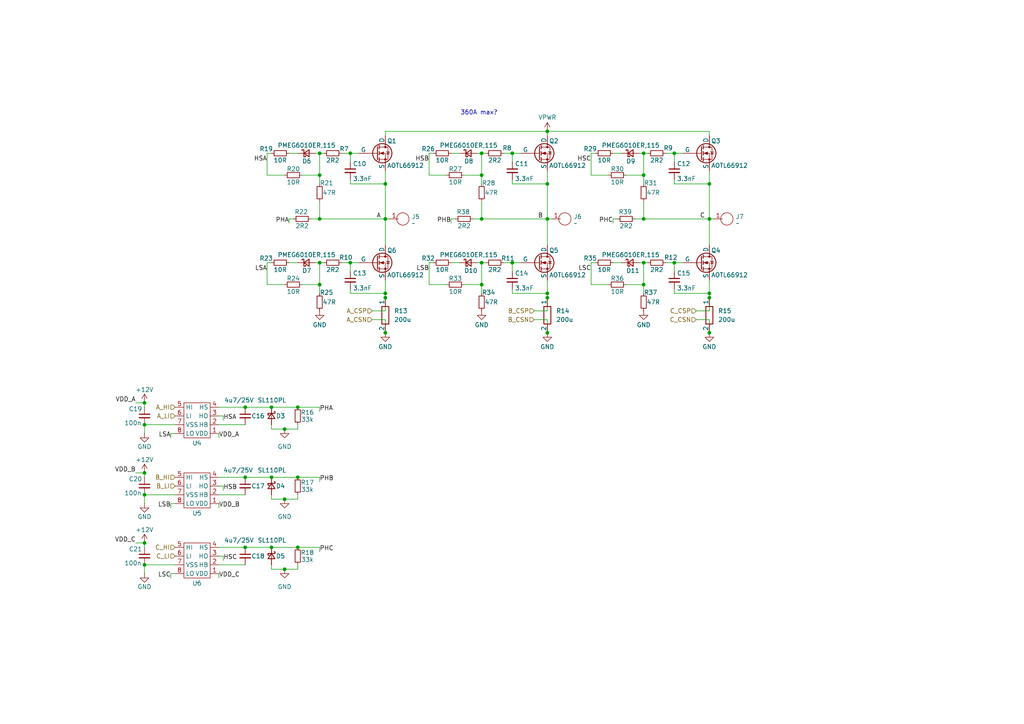
<source format=kicad_sch>
(kicad_sch (version 20231120) (generator "eeschema") (generator_version "8.0")
  (paper "A4")
  (lib_symbols
    (symbol "Device:C_Small" (pin_numbers hide) (pin_names (offset 0.254) hide)
      (property "Reference" "C" (at 0.254 1.778 0))
      (property "Value" "C_Small" (at 0.254 -2.032 0))
      (symbol "C_Small_0_1"
        (polyline (pts (xy -1.524 -0.508) (xy 1.524 -0.508)) (stroke (width 0.3302)))
        (polyline (pts (xy -1.524 0.508) (xy 1.524 0.508)) (stroke (width 0.3048)))
      )
      (symbol "C_Small_1_1"
        (pin passive line (at 0 2.54 270) (length 2.032) (name "~") (number "1"))
        (pin passive line (at 0 -2.54 90) (length 2.032) (name "~") (number "2"))
      )
    )
    (symbol "Device:D_Schottky_Small" (pin_numbers hide) (pin_names (offset 0.254) hide)
      (property "Reference" "D" (at -1.27 2.032 0))
      (property "Value" "D_Schottky_Small" (at -7.112 -2.032 0))
      (symbol "D_Schottky_Small_0_1"
        (polyline (pts (xy -0.762 0) (xy 0.762 0)))
        (polyline (pts (xy 0.762 -1.016) (xy -0.762 0) (xy 0.762 1.016) (xy 0.762 -1.016)) (stroke (width 0.254)))
        (polyline (pts (xy -1.27 0.762) (xy -1.27 1.016) (xy -0.762 1.016) (xy -0.762 -1.016) (xy -0.254 -1.016) (xy -0.254 -0.762)) (stroke (width 0.254)))
      )
      (symbol "D_Schottky_Small_1_1"
        (pin passive line (at -2.54 0 0) (length 1.778) (name "K") (number "1"))
        (pin passive line (at 2.54 0 180) (length 1.778) (name "A") (number "2"))
      )
    )
    (symbol "Device:R_Small" (pin_numbers hide) (pin_names (offset 0.254) hide)
      (property "Reference" "R" (at 0.762 0.508 0))
      (property "Value" "R_Small" (at 0.762 -1.016 0))
      (symbol "R_Small_0_1"
        (rectangle (start -0.762 1.778) (end 0.762 -1.778) (stroke (width 0.2032)))
      )
      (symbol "R_Small_1_1"
        (pin passive line (at 0 2.54 270) (length 0.762) (name "~") (number "1"))
        (pin passive line (at 0 -2.54 90) (length 0.762) (name "~") (number "2"))
      )
    )
    (symbol "Marijn:4mm_Banana_Jack_Vertical"
      (property "Reference" "J" (at 0 0 0))
      (symbol "4mm_Banana_Jack_Vertical_0_1"
        (circle (center 0 0) (radius 1.7961))
      )
      (symbol "4mm_Banana_Jack_Vertical_1_1"
        (pin passive line (at 0 -3.81 90) (length 2.54) (name "") (number "1"))
      )
    )
    (symbol "Marijn:AOTL66912" (pin_numbers hide) (pin_names (offset 0))
      (property "Reference" "Q" (at 5.08 1.27 0))
      (property "Value" "AOTL66912" (at 5.08 -1.27 0))
      (symbol "AOTL66912_0_1"
        (polyline (pts (xy 0.254 0) (xy -2.54 0)))
        (polyline (pts (xy 0.254 1.905) (xy 0.254 -1.905)) (stroke (width 0.254)))
        (polyline (pts (xy 0.762 -1.27) (xy 0.762 -2.286)) (stroke (width 0.254)))
        (polyline (pts (xy 0.762 0.508) (xy 0.762 -0.508)) (stroke (width 0.254)))
        (polyline (pts (xy 0.762 2.286) (xy 0.762 1.27)) (stroke (width 0.254)))
        (polyline (pts (xy 2.54 2.54) (xy 2.54 1.778)))
        (polyline (pts (xy 2.54 -2.54) (xy 2.54 0) (xy 0.762 0)))
        (polyline (pts (xy 0.762 -1.778) (xy 3.302 -1.778) (xy 3.302 1.778) (xy 0.762 1.778)))
        (polyline (pts (xy 1.016 0) (xy 2.032 0.381) (xy 2.032 -0.381) (xy 1.016 0)) (fill (type outline)))
        (polyline (pts (xy 2.794 0.508) (xy 2.921 0.381) (xy 3.683 0.381) (xy 3.81 0.254)))
        (polyline (pts (xy 3.302 0.381) (xy 2.921 -0.254) (xy 3.683 -0.254) (xy 3.302 0.381)))
        (circle (center 1.651 0) (radius 2.794) (stroke (width 0.254)))
        (circle (center 2.54 -1.778) (radius 0.254) (fill (type outline)))
        (circle (center 2.54 1.778) (radius 0.254) (fill (type outline)))
      )
      (symbol "AOTL66912_1_1"
        (pin input line (at -5.08 0 0) (length 2.54) (name "G") (number "1"))
        (pin passive line (at 2.54 -5.08 90) (length 2.54) (name "S") (number "2"))
        (pin passive line (at 2.54 5.08 270) (length 2.54) (name "D") (number "3"))
      )
    )
    (symbol "Marijn:CSS2H-3920R-L500F" (pin_numbers hide) (pin_names (offset 0))
      (property "Reference" "R" (at -4.445 0 90))
      (property "Value" "500u" (at -2.54 0 90))
      (symbol "CSS2H-3920R-L500F_0_1"
        (rectangle (start -1.016 2.54) (end 1.016 -2.54) (stroke (width 0.254)))
      )
      (symbol "CSS2H-3920R-L500F_1_1"
        (pin passive line (at 0 5.08 270) (length 2.54) (name "1") (number "1"))
        (pin passive line (at 0 -5.08 90) (length 2.54) (name "2") (number "2"))
      )
    )
    (symbol "Marijn:MIC4104"
      (property "Reference" "U" (at 0 0 0))
      (symbol "MIC4104_0_1"
        (rectangle (start -3.81 5.08) (end 3.81 -5.08))
      )
      (symbol "MIC4104_1_1"
        (pin power_in line (at -6.35 3.81 0) (length 2.54) (name "VDD") (number "1"))
        (pin passive line (at -6.35 1.27 0) (length 2.54) (name "HB") (number "2"))
        (pin output line (at -6.35 -1.27 0) (length 2.54) (name "HO") (number "3"))
        (pin input line (at -6.35 -3.81 0) (length 2.54) (name "HS") (number "4"))
        (pin input line (at 6.35 -3.81 180) (length 2.54) (name "HI") (number "5"))
        (pin input line (at 6.35 -1.27 180) (length 2.54) (name "LI") (number "6"))
        (pin power_in line (at 6.35 1.27 180) (length 2.54) (name "VSS") (number "7"))
        (pin output line (at 6.35 3.81 180) (length 2.54) (name "LO") (number "8"))
      )
    )
    (symbol "power:+12V" (power) (pin_numbers hide) (pin_names (offset 0) hide)
      (property "Value" "+12V" (at 0 3.556 0))
      (symbol "+12V_0_1"
        (polyline (pts (xy -0.762 1.27) (xy 0 2.54)))
        (polyline (pts (xy 0 0) (xy 0 2.54)))
        (polyline (pts (xy 0 2.54) (xy 0.762 1.27)))
      )
      (symbol "+12V_1_1"
        (pin power_in line (at 0 0 90) (length 0) (name "~") (number "1"))
      )
    )
    (symbol "power:GND" (power) (pin_numbers hide) (pin_names (offset 0) hide)
      (property "Value" "GND" (at 0 -3.81 0))
      (symbol "GND_0_1"
        (polyline (pts (xy 0 0) (xy 0 -1.27) (xy 1.27 -1.27) (xy 0 -2.54) (xy -1.27 -1.27) (xy 0 -1.27)))
      )
      (symbol "GND_1_1"
        (pin power_in line (at 0 0 270) (length 0) (name "~") (number "1"))
      )
    )
    (symbol "power:Vdrive" (power) (pin_numbers hide) (pin_names (offset 0) hide)
      (property "Value" "Vdrive" (at 0 3.556 0))
      (symbol "Vdrive_0_1"
        (polyline (pts (xy -0.762 1.27) (xy 0 2.54)))
        (polyline (pts (xy 0 0) (xy 0 2.54)))
        (polyline (pts (xy 0 2.54) (xy 0.762 1.27)))
      )
      (symbol "Vdrive_1_1"
        (pin power_in line (at 0 0 90) (length 0) (name "~") (number "1"))
      )
    )
  )
  (junction (at 41.91 157.48))
  (junction (at 139.7 50.8))
  (junction (at 186.69 44.45))
  (junction (at 158.75 86.36))
  (junction (at 205.74 86.36))
  (junction (at 82.55 124.46))
  (junction (at 186.69 82.55))
  (junction (at 111.76 63.5))
  (junction (at 41.91 137.16))
  (junction (at 195.58 44.45))
  (junction (at 158.75 53.34))
  (junction (at 92.71 44.45))
  (junction (at 86.36 158.75))
  (junction (at 71.12 158.75))
  (junction (at 186.69 50.8))
  (junction (at 86.36 118.11))
  (junction (at 111.76 96.52))
  (junction (at 41.91 143.51))
  (junction (at 111.76 53.34))
  (junction (at 139.7 44.45))
  (junction (at 158.75 63.5))
  (junction (at 92.71 76.2))
  (junction (at 139.7 63.5))
  (junction (at 111.76 86.36))
  (junction (at 41.91 116.84))
  (junction (at 71.12 118.11))
  (junction (at 205.74 53.34))
  (junction (at 78.74 158.75))
  (junction (at 139.7 82.55))
  (junction (at 111.76 85.09))
  (junction (at 71.12 138.43))
  (junction (at 101.6 76.2))
  (junction (at 78.74 138.43))
  (junction (at 82.55 165.1))
  (junction (at 186.69 63.5))
  (junction (at 186.69 76.2))
  (junction (at 82.55 144.78))
  (junction (at 41.91 163.83))
  (junction (at 92.71 50.8))
  (junction (at 158.75 96.52))
  (junction (at 195.58 76.2))
  (junction (at 205.74 96.52))
  (junction (at 158.75 85.09))
  (junction (at 139.7 76.2))
  (junction (at 86.36 138.43))
  (junction (at 78.74 118.11))
  (junction (at 92.71 82.55))
  (junction (at 148.59 44.45))
  (junction (at 41.91 123.19))
  (junction (at 158.75 38.1))
  (junction (at 92.71 63.5))
  (junction (at 101.6 44.45))
  (junction (at 205.74 85.09))
  (junction (at 148.59 76.2))
  (junction (at 205.74 63.5))
  (wire (pts (xy 139.7 85.09) (xy 139.7 82.55)))
  (wire (pts (xy 39.37 157.48) (xy 41.91 157.48)))
  (wire (pts (xy 78.74 76.2) (xy 77.47 76.2)))
  (wire (pts (xy 205.74 85.09) (xy 205.74 86.36)))
  (wire (pts (xy 139.7 58.42) (xy 139.7 63.5)))
  (wire (pts (xy 78.74 118.11) (xy 86.36 118.11)))
  (wire (pts (xy 148.59 44.45) (xy 151.13 44.45)))
  (wire (pts (xy 87.63 50.8) (xy 92.71 50.8)))
  (wire (pts (xy 101.6 44.45) (xy 104.14 44.45)))
  (wire (pts (xy 83.82 76.2) (xy 86.36 76.2)))
  (wire (pts (xy 205.74 86.36) (xy 205.74 90.17)))
  (wire (pts (xy 92.71 85.09) (xy 92.71 82.55)))
  (wire (pts (xy 139.7 76.2) (xy 140.97 76.2)))
  (wire (pts (xy 139.7 44.45) (xy 140.97 44.45)))
  (wire (pts (xy 125.73 76.2) (xy 124.46 76.2)))
  (wire (pts (xy 101.6 53.34) (xy 101.6 52.07)))
  (wire (pts (xy 63.5 138.43) (xy 71.12 138.43)))
  (wire (pts (xy 92.71 44.45) (xy 93.98 44.45)))
  (wire (pts (xy 186.69 82.55) (xy 186.69 76.2)))
  (wire (pts (xy 177.8 64.77) (xy 177.8 63.5)))
  (wire (pts (xy 195.58 85.09) (xy 195.58 83.82)))
  (wire (pts (xy 41.91 143.51) (xy 50.8 143.51)))
  (wire (pts (xy 181.61 50.8) (xy 186.69 50.8)))
  (wire (pts (xy 130.81 76.2) (xy 133.35 76.2)))
  (wire (pts (xy 158.75 86.36) (xy 158.75 85.09)))
  (wire (pts (xy 186.69 50.8) (xy 186.69 44.45)))
  (wire (pts (xy 111.76 53.34) (xy 111.76 63.5)))
  (wire (pts (xy 195.58 44.45) (xy 198.12 44.45)))
  (wire (pts (xy 63.5 147.32) (xy 63.5 146.05)))
  (wire (pts (xy 193.04 76.2) (xy 195.58 76.2)))
  (wire (pts (xy 171.45 82.55) (xy 176.53 82.55)))
  (wire (pts (xy 186.69 76.2) (xy 187.96 76.2)))
  (wire (pts (xy 49.53 146.05) (xy 50.8 146.05)))
  (wire (pts (xy 111.76 85.09) (xy 111.76 86.36)))
  (wire (pts (xy 41.91 123.19) (xy 41.91 125.73)))
  (wire (pts (xy 205.74 92.71) (xy 205.74 96.52)))
  (wire (pts (xy 111.76 63.5) (xy 111.76 71.12)))
  (wire (pts (xy 111.76 53.34) (xy 101.6 53.34)))
  (wire (pts (xy 186.69 85.09) (xy 186.69 82.55)))
  (wire (pts (xy 171.45 76.2) (xy 171.45 82.55)))
  (wire (pts (xy 83.82 63.5) (xy 85.09 63.5)))
  (wire (pts (xy 71.12 138.43) (xy 78.74 138.43)))
  (wire (pts (xy 63.5 118.11) (xy 71.12 118.11)))
  (wire (pts (xy 148.59 78.74) (xy 148.59 76.2)))
  (wire (pts (xy 158.75 92.71) (xy 154.94 92.71)))
  (wire (pts (xy 177.8 44.45) (xy 180.34 44.45)))
  (wire (pts (xy 63.5 123.19) (xy 71.12 123.19)))
  (wire (pts (xy 195.58 85.09) (xy 205.74 85.09)))
  (wire (pts (xy 41.91 163.83) (xy 50.8 163.83)))
  (wire (pts (xy 63.5 127) (xy 63.5 125.73)))
  (wire (pts (xy 83.82 64.77) (xy 83.82 63.5)))
  (wire (pts (xy 78.74 165.1) (xy 78.74 163.83)))
  (wire (pts (xy 186.69 44.45) (xy 187.96 44.45)))
  (wire (pts (xy 205.74 92.71) (xy 201.93 92.71)))
  (wire (pts (xy 39.37 116.84) (xy 41.91 116.84)))
  (wire (pts (xy 107.95 92.71) (xy 111.76 92.71)))
  (wire (pts (xy 78.74 138.43) (xy 86.36 138.43)))
  (wire (pts (xy 64.77 121.92) (xy 64.77 120.65)))
  (wire (pts (xy 160.02 63.5) (xy 158.75 63.5)))
  (wire (pts (xy 92.71 160.02) (xy 92.71 158.75)))
  (wire (pts (xy 130.81 63.5) (xy 132.08 63.5)))
  (wire (pts (xy 111.76 81.28) (xy 111.76 85.09)))
  (wire (pts (xy 92.71 138.43) (xy 86.36 138.43)))
  (wire (pts (xy 64.77 140.97) (xy 63.5 140.97)))
  (wire (pts (xy 111.76 39.37) (xy 111.76 38.1)))
  (wire (pts (xy 171.45 44.45) (xy 171.45 50.8)))
  (wire (pts (xy 205.74 85.09) (xy 205.74 81.28)))
  (wire (pts (xy 177.8 76.2) (xy 180.34 76.2)))
  (wire (pts (xy 195.58 78.74) (xy 195.58 76.2)))
  (wire (pts (xy 186.69 63.5) (xy 205.74 63.5)))
  (wire (pts (xy 64.77 162.56) (xy 64.77 161.29)))
  (wire (pts (xy 92.71 63.5) (xy 92.71 58.42)))
  (wire (pts (xy 63.5 163.83) (xy 71.12 163.83)))
  (wire (pts (xy 92.71 82.55) (xy 92.71 76.2)))
  (wire (pts (xy 64.77 120.65) (xy 63.5 120.65)))
  (wire (pts (xy 92.71 119.38) (xy 92.71 118.11)))
  (wire (pts (xy 71.12 118.11) (xy 78.74 118.11)))
  (wire (pts (xy 124.46 76.2) (xy 124.46 82.55)))
  (wire (pts (xy 82.55 124.46) (xy 86.36 124.46)))
  (wire (pts (xy 77.47 82.55) (xy 82.55 82.55)))
  (wire (pts (xy 64.77 142.24) (xy 64.77 140.97)))
  (wire (pts (xy 92.71 53.34) (xy 92.71 50.8)))
  (wire (pts (xy 146.05 44.45) (xy 148.59 44.45)))
  (wire (pts (xy 195.58 53.34) (xy 195.58 52.07)))
  (wire (pts (xy 185.42 44.45) (xy 186.69 44.45)))
  (wire (pts (xy 158.75 96.52) (xy 158.75 92.71)))
  (wire (pts (xy 205.74 63.5) (xy 205.74 71.12)))
  (wire (pts (xy 91.44 44.45) (xy 92.71 44.45)))
  (wire (pts (xy 148.59 76.2) (xy 151.13 76.2)))
  (wire (pts (xy 78.74 44.45) (xy 77.47 44.45)))
  (wire (pts (xy 146.05 76.2) (xy 148.59 76.2)))
  (wire (pts (xy 158.75 63.5) (xy 158.75 71.12)))
  (wire (pts (xy 49.53 127) (xy 49.53 125.73)))
  (wire (pts (xy 78.74 165.1) (xy 82.55 165.1)))
  (wire (pts (xy 107.95 90.17) (xy 111.76 90.17)))
  (wire (pts (xy 78.74 158.75) (xy 86.36 158.75)))
  (wire (pts (xy 138.43 44.45) (xy 139.7 44.45)))
  (wire (pts (xy 77.47 50.8) (xy 82.55 50.8)))
  (wire (pts (xy 101.6 76.2) (xy 104.14 76.2)))
  (wire (pts (xy 91.44 76.2) (xy 92.71 76.2)))
  (wire (pts (xy 148.59 85.09) (xy 158.75 85.09)))
  (wire (pts (xy 195.58 76.2) (xy 198.12 76.2)))
  (wire (pts (xy 92.71 118.11) (xy 86.36 118.11)))
  (wire (pts (xy 125.73 44.45) (xy 124.46 44.45)))
  (wire (pts (xy 193.04 44.45) (xy 195.58 44.45)))
  (wire (pts (xy 139.7 63.5) (xy 137.16 63.5)))
  (wire (pts (xy 148.59 46.99) (xy 148.59 44.45)))
  (wire (pts (xy 101.6 46.99) (xy 101.6 44.45)))
  (wire (pts (xy 139.7 53.34) (xy 139.7 50.8)))
  (wire (pts (xy 92.71 50.8) (xy 92.71 44.45)))
  (wire (pts (xy 41.91 143.51) (xy 41.91 146.05)))
  (wire (pts (xy 111.76 92.71) (xy 111.76 96.52)))
  (wire (pts (xy 41.91 123.19) (xy 50.8 123.19)))
  (wire (pts (xy 181.61 82.55) (xy 186.69 82.55)))
  (wire (pts (xy 111.76 38.1) (xy 158.75 38.1)))
  (wire (pts (xy 185.42 76.2) (xy 186.69 76.2)))
  (wire (pts (xy 86.36 124.46) (xy 86.36 123.19)))
  (wire (pts (xy 186.69 63.5) (xy 184.15 63.5)))
  (wire (pts (xy 41.91 137.16) (xy 41.91 138.43)))
  (wire (pts (xy 130.81 44.45) (xy 133.35 44.45)))
  (wire (pts (xy 64.77 161.29) (xy 63.5 161.29)))
  (wire (pts (xy 148.59 85.09) (xy 148.59 83.82)))
  (wire (pts (xy 158.75 38.1) (xy 158.75 39.37)))
  (wire (pts (xy 205.74 38.1) (xy 205.74 39.37)))
  (wire (pts (xy 130.81 64.77) (xy 130.81 63.5)))
  (wire (pts (xy 195.58 46.99) (xy 195.58 44.45)))
  (wire (pts (xy 124.46 44.45) (xy 124.46 50.8)))
  (wire (pts (xy 154.94 90.17) (xy 158.75 90.17)))
  (wire (pts (xy 158.75 53.34) (xy 158.75 49.53)))
  (wire (pts (xy 205.74 53.34) (xy 205.74 63.5)))
  (wire (pts (xy 92.71 139.7) (xy 92.71 138.43)))
  (wire (pts (xy 41.91 157.48) (xy 41.91 158.75)))
  (wire (pts (xy 71.12 158.75) (xy 78.74 158.75)))
  (wire (pts (xy 78.74 144.78) (xy 78.74 143.51)))
  (wire (pts (xy 148.59 53.34) (xy 148.59 52.07)))
  (wire (pts (xy 39.37 137.16) (xy 41.91 137.16)))
  (wire (pts (xy 186.69 53.34) (xy 186.69 50.8)))
  (wire (pts (xy 49.53 147.32) (xy 49.53 146.05)))
  (wire (pts (xy 158.75 38.1) (xy 205.74 38.1)))
  (wire (pts (xy 138.43 76.2) (xy 139.7 76.2)))
  (wire (pts (xy 148.59 53.34) (xy 158.75 53.34)))
  (wire (pts (xy 49.53 167.64) (xy 49.53 166.37)))
  (wire (pts (xy 134.62 82.55) (xy 139.7 82.55)))
  (wire (pts (xy 87.63 82.55) (xy 92.71 82.55)))
  (wire (pts (xy 78.74 124.46) (xy 78.74 123.19)))
  (wire (pts (xy 41.91 116.84) (xy 41.91 118.11)))
  (wire (pts (xy 63.5 158.75) (xy 71.12 158.75)))
  (wire (pts (xy 201.93 90.17) (xy 205.74 90.17)))
  (wire (pts (xy 195.58 53.34) (xy 205.74 53.34)))
  (wire (pts (xy 78.74 124.46) (xy 82.55 124.46)))
  (wire (pts (xy 99.06 44.45) (xy 101.6 44.45)))
  (wire (pts (xy 172.72 44.45) (xy 171.45 44.45)))
  (wire (pts (xy 111.76 85.09) (xy 101.6 85.09)))
  (wire (pts (xy 177.8 63.5) (xy 179.07 63.5)))
  (wire (pts (xy 92.71 158.75) (xy 86.36 158.75)))
  (wire (pts (xy 171.45 50.8) (xy 176.53 50.8)))
  (wire (pts (xy 49.53 125.73) (xy 50.8 125.73)))
  (wire (pts (xy 139.7 50.8) (xy 139.7 44.45)))
  (wire (pts (xy 63.5 143.51) (xy 71.12 143.51)))
  (wire (pts (xy 111.76 49.53) (xy 111.76 53.34)))
  (wire (pts (xy 101.6 78.74) (xy 101.6 76.2)))
  (wire (pts (xy 83.82 44.45) (xy 86.36 44.45)))
  (wire (pts (xy 124.46 82.55) (xy 129.54 82.55)))
  (wire (pts (xy 158.75 85.09) (xy 158.75 81.28)))
  (wire (pts (xy 49.53 166.37) (xy 50.8 166.37)))
  (wire (pts (xy 99.06 76.2) (xy 101.6 76.2)))
  (wire (pts (xy 86.36 144.78) (xy 86.36 143.51)))
  (wire (pts (xy 90.17 63.5) (xy 92.71 63.5)))
  (wire (pts (xy 158.75 90.17) (xy 158.75 86.36)))
  (wire (pts (xy 78.74 144.78) (xy 82.55 144.78)))
  (wire (pts (xy 77.47 44.45) (xy 77.47 50.8)))
  (wire (pts (xy 82.55 165.1) (xy 86.36 165.1)))
  (wire (pts (xy 77.47 76.2) (xy 77.47 82.55)))
  (wire (pts (xy 139.7 63.5) (xy 158.75 63.5)))
  (wire (pts (xy 205.74 53.34) (xy 205.74 49.53)))
  (wire (pts (xy 92.71 63.5) (xy 111.76 63.5)))
  (wire (pts (xy 139.7 82.55) (xy 139.7 76.2)))
  (wire (pts (xy 158.75 53.34) (xy 158.75 63.5)))
  (wire (pts (xy 124.46 50.8) (xy 129.54 50.8)))
  (wire (pts (xy 82.55 144.78) (xy 86.36 144.78)))
  (wire (pts (xy 186.69 58.42) (xy 186.69 63.5)))
  (wire (pts (xy 134.62 50.8) (xy 139.7 50.8)))
  (wire (pts (xy 172.72 76.2) (xy 171.45 76.2)))
  (wire (pts (xy 63.5 167.64) (xy 63.5 166.37)))
  (wire (pts (xy 101.6 85.09) (xy 101.6 83.82)))
  (wire (pts (xy 86.36 165.1) (xy 86.36 163.83)))
  (wire (pts (xy 41.91 163.83) (xy 41.91 166.37)))
  (wire (pts (xy 92.71 76.2) (xy 93.98 76.2)))
  (wire (pts (xy 111.76 86.36) (xy 111.76 90.17)))
  (wire (pts (xy 207.01 63.5) (xy 205.74 63.5)))
  (wire (pts (xy 113.03 63.5) (xy 111.76 63.5)))
  (text "360A max?" (at 138.938 32.766 0) (effects (font (size 1.27 1.27))))
  (label "C" (at 204.47 63.5 180))
  (label "HSA" (at 77.47 46.99 180))
  (label "LSC" (at 171.45 78.74 180))
  (label "LSA" (at 77.47 78.74 180))
  (label "HSB" (at 124.46 46.99 180))
  (label "VDD_A" (at 63.5 127 0))
  (label "HSC" (at 171.45 46.99 180))
  (label "LSB" (at 49.53 147.32 180))
  (label "A" (at 110.49 63.5 180))
  (label "LSA" (at 49.53 127 180))
  (label "HSC" (at 64.77 162.56 0))
  (label "PHA" (at 92.71 119.38 0))
  (label "VDD_C" (at 63.5 167.64 0))
  (label "VDD_B" (at 63.5 147.32 0))
  (label "VDD_A" (at 39.37 116.84 180))
  (label "PHB" (at 130.81 64.77 180))
  (label "PHC" (at 92.71 160.02 0))
  (label "LSC" (at 49.53 167.64 180))
  (label "LSB" (at 124.46 78.74 180))
  (label "PHA" (at 83.82 64.77 180))
  (label "VDD_C" (at 39.37 157.48 180))
  (label "VDD_B" (at 39.37 137.16 180))
  (label "PHB" (at 92.71 139.7 0))
  (label "B" (at 157.48 63.5 180))
  (label "HSA" (at 64.77 121.92 0))
  (label "HSB" (at 64.77 142.24 0))
  (label "PHC" (at 177.8 64.77 180))
  (hierarchical_label "C_HI" (shape input) (at 50.8 158.75 180))
  (hierarchical_label "B_HI" (shape input) (at 50.8 138.43 180))
  (hierarchical_label "C_CSN" (shape input) (at 201.93 92.71 180))
  (hierarchical_label "B_CSN" (shape input) (at 154.94 92.71 180))
  (hierarchical_label "A_HI" (shape input) (at 50.8 118.11 180))
  (hierarchical_label "A_LI" (shape input) (at 50.8 120.65 180))
  (hierarchical_label "B_CSP" (shape input) (at 154.94 90.17 180))
  (hierarchical_label "C_LI" (shape input) (at 50.8 161.29 180))
  (hierarchical_label "C_CSP" (shape input) (at 201.93 90.17 180))
  (hierarchical_label "A_CSN" (shape input) (at 107.95 92.71 180))
  (hierarchical_label "A_CSP" (shape input) (at 107.95 90.17 180))
  (hierarchical_label "B_LI" (shape input) (at 50.8 140.97 180))
  (symbol (lib_id "Device:R_Small") (at 85.09 50.8 90) (unit 1)
    (property "Reference" "R20" (at 85.09 49.022 90))
    (property "Value" "10R" (at 85.09 52.832 90))
    (property "Footprint" "Resistor_SMD:R_0805_2012Metric" (effects (hide yes)))
    (property "Description" "Resistor, small symbol" (effects (hide yes)))
  )
  (symbol (lib_id "Device:R_Small") (at 132.08 82.55 90) (unit 1)
    (property "Reference" "R33" (at 132.08 80.772 90))
    (property "Value" "10R" (at 132.08 84.582 90))
    (property "Footprint" "Resistor_SMD:R_0805_2012Metric" (effects (hide yes)))
    (property "Description" "Resistor, small symbol" (effects (hide yes)))
  )
  (symbol (lib_id "Device:D_Schottky_Small") (at 88.9 76.2 0) (unit 1)
    (property "Reference" "D7" (at 87.63 78.486 0) (effects (justify left)))
    (property "Value" "PMEG6010ER,115" (at 80.518 73.914 0) (effects (justify left)))
    (property "Footprint" "Diode_SMD:Nexperia_CFP3_SOD-123W" (effects (hide yes)))
    (property "Description" "Schottky diode, small symbol" (effects (hide yes)))
  )
  (symbol (lib_id "Device:R_Small") (at 179.07 82.55 90) (unit 1)
    (property "Reference" "R36" (at 179.07 80.772 90))
    (property "Value" "10R" (at 179.07 84.582 90))
    (property "Footprint" "Resistor_SMD:R_0805_2012Metric" (effects (hide yes)))
    (property "Description" "Resistor, small symbol" (effects (hide yes)))
  )
  (symbol (lib_id "Device:R_Small") (at 85.09 82.55 90) (unit 1)
    (property "Reference" "R24" (at 85.09 80.772 90))
    (property "Value" "10R" (at 85.09 84.582 90))
    (property "Footprint" "Resistor_SMD:R_0805_2012Metric" (effects (hide yes)))
    (property "Description" "Resistor, small symbol" (effects (hide yes)))
  )
  (symbol (lib_id "Marijn:MIC4104") (at 57.15 142.24 180) (unit 1)
    (property "Reference" "U5" (at 57.15 148.844 0))
    (property "Value" "~" (at 57.15 148.59 0))
    (property "Footprint" "Package_SO:SOIC-8_3.9x4.9mm_P1.27mm" (effects (hide yes)))
  )
  (symbol (lib_id "Device:D_Schottky_Small") (at 182.88 76.2 0) (unit 1)
    (property "Reference" "D11" (at 181.61 78.486 0) (effects (justify left)))
    (property "Value" "PMEG6010ER,115" (at 174.498 73.914 0) (effects (justify left)))
    (property "Footprint" "Diode_SMD:Nexperia_CFP3_SOD-123W" (effects (hide yes)))
    (property "Description" "Schottky diode, small symbol" (effects (hide yes)))
  )
  (symbol (lib_id "Device:D_Schottky_Small") (at 182.88 44.45 0) (unit 1)
    (property "Reference" "D9" (at 181.61 46.736 0) (effects (justify left)))
    (property "Value" "PMEG6010ER,115" (at 174.498 42.164 0) (effects (justify left)))
    (property "Footprint" "Diode_SMD:Nexperia_CFP3_SOD-123W" (effects (hide yes)))
    (property "Description" "Schottky diode, small symbol" (effects (hide yes)))
  )
  (symbol (lib_id "Device:D_Schottky_Small") (at 78.74 140.97 270) (unit 1)
    (property "Reference" "D4" (at 80.01 140.97 90) (effects (justify left)))
    (property "Value" "SL110PL" (at 74.676 136.398 90) (effects (justify left)))
    (property "Footprint" "Marijn_KiCad:SOD-123FL" (effects (hide yes)))
    (property "Description" "Schottky diode, small symbol" (effects (hide yes)))
  )
  (symbol (lib_id "power:GND") (at 186.69 90.17 0) (unit 1)
    (property "Reference" "#PWR043" (effects (hide yes)))
    (property "Value" "GND" (at 186.69 94.234 0))
    (property "Description" "Power symbol creates a global label with name \"GND\" , ground" (effects (hide yes)))
  )
  (symbol (lib_id "power:GND") (at 82.55 165.1 0) (unit 1)
    (property "Reference" "#PWR034" (effects (hide yes)))
    (property "Value" "GND" (at 82.55 170.18 0))
    (property "Description" "Power symbol creates a global label with name \"GND\" , ground" (effects (hide yes)))
  )
  (symbol (lib_id "Device:R_Small") (at 92.71 55.88 180) (unit 1)
    (property "Reference" "R21" (at 94.742 53.086 0))
    (property "Value" "47R" (at 95.504 55.88 0))
    (property "Footprint" "Resistor_SMD:R_0603_1608Metric" (effects (hide yes)))
    (property "Description" "Resistor, small symbol" (effects (hide yes)))
  )
  (symbol (lib_id "Device:R_Small") (at 92.71 87.63 180) (unit 1)
    (property "Reference" "R25" (at 94.742 84.836 0))
    (property "Value" "47R" (at 95.504 87.63 0))
    (property "Footprint" "Resistor_SMD:R_0603_1608Metric" (effects (hide yes)))
    (property "Description" "Resistor, small symbol" (effects (hide yes)))
  )
  (symbol (lib_id "Marijn:AOTL66912") (at 109.22 76.2 0) (unit 1)
    (property "Reference" "Q6" (at 112.268 72.644 0) (effects (justify left)))
    (property "Value" "AOTL66912" (at 112.268 79.756 0) (effects (justify left)))
    (property "Footprint" "Package_TO_SOT_SMD:Infineon_PG-HSOF-8-1_ThermalVias" (effects (hide yes)))
    (property "Description" "N-MOSFET transistor, drain/source/gate" (effects (hide yes)))
    (property "Sim.Device" "NMOS" (effects (hide yes)))
  )
  (symbol (lib_id "Device:R_Small") (at 179.07 50.8 90) (unit 1)
    (property "Reference" "R30" (at 179.07 49.022 90))
    (property "Value" "10R" (at 179.07 52.832 90))
    (property "Footprint" "Resistor_SMD:R_0805_2012Metric" (effects (hide yes)))
    (property "Description" "Resistor, small symbol" (effects (hide yes)))
  )
  (symbol (lib_id "Device:R_Small") (at 190.5 76.2 90) (unit 1)
    (property "Reference" "R12" (at 194.564 74.676 90))
    (property "Value" "2R2" (at 190.5 78.232 90))
    (property "Footprint" "Resistor_SMD:R_0603_1608Metric" (effects (hide yes)))
    (property "Description" "Resistor, small symbol" (effects (hide yes)))
  )
  (symbol (lib_id "Device:C_Small") (at 101.6 49.53 0) (unit 1)
    (property "Reference" "C10" (at 102.362 47.498 0) (effects (justify left)))
    (property "Value" "3.3nF" (at 102.362 51.816 0) (effects (justify left)))
    (property "Footprint" "Capacitor_SMD:C_0805_2012Metric" (effects (hide yes)))
    (property "Description" "Unpolarized capacitor, small symbol" (effects (hide yes)))
  )
  (symbol (lib_id "Marijn:MIC4104") (at 57.15 121.92 180) (unit 1)
    (property "Reference" "U4" (at 57.15 128.524 0))
    (property "Value" "~" (at 57.15 128.27 0))
    (property "Footprint" "Package_SO:SOIC-8_3.9x4.9mm_P1.27mm" (effects (hide yes)))
  )
  (symbol (lib_id "Marijn:AOTL66912") (at 156.21 44.45 0) (unit 1)
    (property "Reference" "Q2" (at 159.258 40.894 0) (effects (justify left)))
    (property "Value" "AOTL66912" (at 159.258 48.006 0) (effects (justify left)))
    (property "Footprint" "Package_TO_SOT_SMD:Infineon_PG-HSOF-8-1_ThermalVias" (effects (hide yes)))
    (property "Description" "N-MOSFET transistor, drain/source/gate" (effects (hide yes)))
    (property "Sim.Device" "NMOS" (effects (hide yes)))
  )
  (symbol (lib_id "Device:C_Small") (at 71.12 161.29 0) (unit 1)
    (property "Reference" "C18" (at 72.898 161.29 0) (effects (justify left)))
    (property "Value" "4u7/25V" (at 65.024 156.718 0) (effects (justify left)))
    (property "Footprint" "Capacitor_SMD:C_1206_3216Metric" (effects (hide yes)))
    (property "Description" "Unpolarized capacitor, small symbol" (effects (hide yes)))
  )
  (symbol (lib_id "power:GND") (at 41.91 166.37 0) (unit 1)
    (property "Reference" "#PWR035" (effects (hide yes)))
    (property "Value" "GND" (at 41.91 170.18 0))
    (property "Description" "Power symbol creates a global label with name \"GND\" , ground" (effects (hide yes)))
  )
  (symbol (lib_id "Device:D_Schottky_Small") (at 88.9 44.45 0) (unit 1)
    (property "Reference" "D6" (at 87.63 46.736 0) (effects (justify left)))
    (property "Value" "PMEG6010ER,115" (at 80.518 42.164 0) (effects (justify left)))
    (property "Footprint" "Diode_SMD:Nexperia_CFP3_SOD-123W" (effects (hide yes)))
    (property "Description" "Schottky diode, small symbol" (effects (hide yes)))
  )
  (symbol (lib_id "Marijn:AOTL66912") (at 156.21 76.2 0) (unit 1)
    (property "Reference" "Q5" (at 159.258 72.644 0) (effects (justify left)))
    (property "Value" "AOTL66912" (at 159.258 79.756 0) (effects (justify left)))
    (property "Footprint" "Package_TO_SOT_SMD:Infineon_PG-HSOF-8-1_ThermalVias" (effects (hide yes)))
    (property "Description" "N-MOSFET transistor, drain/source/gate" (effects (hide yes)))
    (property "Sim.Device" "NMOS" (effects (hide yes)))
  )
  (symbol (lib_id "Device:R_Small") (at 139.7 55.88 180) (unit 1)
    (property "Reference" "R28" (at 141.732 53.086 0))
    (property "Value" "47R" (at 142.494 55.88 0))
    (property "Footprint" "Resistor_SMD:R_0603_1608Metric" (effects (hide yes)))
    (property "Description" "Resistor, small symbol" (effects (hide yes)))
  )
  (symbol (lib_id "Device:R_Small") (at 181.61 63.5 90) (unit 1)
    (property "Reference" "R39" (at 181.356 61.468 90))
    (property "Value" "2R2" (at 181.61 65.532 90))
    (property "Footprint" "Resistor_SMD:R_0603_1608Metric" (effects (hide yes)))
    (property "Description" "Resistor, small symbol" (effects (hide yes)))
  )
  (symbol (lib_id "Device:C_Small") (at 41.91 120.65 0) (unit 1)
    (property "Reference" "C19" (at 37.338 118.618 0) (effects (justify left)))
    (property "Value" "100n" (at 36.068 122.682 0) (effects (justify left)))
    (property "Footprint" "Capacitor_SMD:C_0603_1608Metric" (effects (hide yes)))
    (property "Description" "Unpolarized capacitor, small symbol" (effects (hide yes)))
  )
  (symbol (lib_id "Device:D_Schottky_Small") (at 78.74 120.65 270) (unit 1)
    (property "Reference" "D3" (at 80.01 120.65 90) (effects (justify left)))
    (property "Value" "SL110PL" (at 74.676 116.078 90) (effects (justify left)))
    (property "Footprint" "Marijn_KiCad:SOD-123FL" (effects (hide yes)))
    (property "Description" "Schottky diode, small symbol" (effects (hide yes)))
  )
  (symbol (lib_id "power:GND") (at 158.75 96.52 0) (unit 1)
    (property "Reference" "#PWR030" (effects (hide yes)))
    (property "Value" "GND" (at 158.75 100.584 0))
    (property "Description" "Power symbol creates a global label with name \"GND\" , ground" (effects (hide yes)))
  )
  (symbol (lib_id "Device:R_Small") (at 81.28 44.45 90) (unit 1)
    (property "Reference" "R19" (at 77.216 43.18 90))
    (property "Value" "10R" (at 81.28 46.482 90))
    (property "Footprint" "Resistor_SMD:R_0805_2012Metric" (effects (hide yes)))
    (property "Description" "Resistor, small symbol" (effects (hide yes)))
  )
  (symbol (lib_id "Device:D_Schottky_Small") (at 78.74 161.29 270) (unit 1)
    (property "Reference" "D5" (at 80.01 161.29 90) (effects (justify left)))
    (property "Value" "SL110PL" (at 74.676 156.718 90) (effects (justify left)))
    (property "Footprint" "Marijn_KiCad:SOD-123FL" (effects (hide yes)))
    (property "Description" "Schottky diode, small symbol" (effects (hide yes)))
  )
  (symbol (lib_id "power:GND") (at 205.74 96.52 0) (unit 1)
    (property "Reference" "#PWR031" (effects (hide yes)))
    (property "Value" "GND" (at 205.74 100.584 0))
    (property "Description" "Power symbol creates a global label with name \"GND\" , ground" (effects (hide yes)))
  )
  (symbol (lib_id "Device:C_Small") (at 148.59 49.53 0) (unit 1)
    (property "Reference" "C11" (at 149.352 47.498 0) (effects (justify left)))
    (property "Value" "3.3nF" (at 149.352 51.816 0) (effects (justify left)))
    (property "Footprint" "Capacitor_SMD:C_0805_2012Metric" (effects (hide yes)))
    (property "Description" "Unpolarized capacitor, small symbol" (effects (hide yes)))
  )
  (symbol (lib_id "Marijn:4mm_Banana_Jack_Vertical") (at 116.84 63.5 270) (unit 1)
    (property "Reference" "J5" (at 119.38 62.8649 90) (effects (justify left)))
    (property "Value" "~" (at 119.38 64.77 90) (effects (justify left)))
    (property "Footprint" "Marijn_KiCad:4mm_Banana_Jack_Vertical" (effects (hide yes)))
  )
  (symbol (lib_id "Device:R_Small") (at 143.51 44.45 90) (unit 1)
    (property "Reference" "R8" (at 147.066 42.926 90))
    (property "Value" "2R2" (at 143.51 46.482 90))
    (property "Footprint" "Resistor_SMD:R_0603_1608Metric" (effects (hide yes)))
    (property "Description" "Resistor, small symbol" (effects (hide yes)))
  )
  (symbol (lib_id "Marijn:4mm_Banana_Jack_Vertical") (at 163.83 63.5 270) (unit 1)
    (property "Reference" "J6" (at 166.37 62.8649 90) (effects (justify left)))
    (property "Value" "~" (at 166.37 64.77 90) (effects (justify left)))
    (property "Footprint" "Marijn_KiCad:4mm_Banana_Jack_Vertical" (effects (hide yes)))
  )
  (symbol (lib_id "Device:R_Small") (at 128.27 44.45 90) (unit 1)
    (property "Reference" "R26" (at 124.206 43.18 90))
    (property "Value" "10R" (at 128.27 46.482 90))
    (property "Footprint" "Resistor_SMD:R_0805_2012Metric" (effects (hide yes)))
    (property "Description" "Resistor, small symbol" (effects (hide yes)))
  )
  (symbol (lib_id "power:GND") (at 82.55 124.46 0) (unit 1)
    (property "Reference" "#PWR032" (effects (hide yes)))
    (property "Value" "GND" (at 82.55 129.54 0))
    (property "Description" "Power symbol creates a global label with name \"GND\" , ground" (effects (hide yes)))
  )
  (symbol (lib_id "Device:R_Small") (at 86.36 120.65 180) (unit 1)
    (property "Reference" "R16" (at 89.154 119.634 0))
    (property "Value" "33k" (at 89.154 121.666 0))
    (property "Footprint" "Resistor_SMD:R_1206_3216Metric" (effects (hide yes)))
    (property "Description" "Resistor, small symbol" (effects (hide yes)))
  )
  (symbol (lib_id "Device:R_Small") (at 86.36 140.97 180) (unit 1)
    (property "Reference" "R17" (at 89.154 139.954 0))
    (property "Value" "33k" (at 89.154 141.986 0))
    (property "Footprint" "Resistor_SMD:R_1206_3216Metric" (effects (hide yes)))
    (property "Description" "Resistor, small symbol" (effects (hide yes)))
  )
  (symbol (lib_id "Device:R_Small") (at 96.52 44.45 90) (unit 1)
    (property "Reference" "R7" (at 99.822 43.18 90))
    (property "Value" "2R2" (at 96.52 46.482 90))
    (property "Footprint" "Resistor_SMD:R_0603_1608Metric" (effects (hide yes)))
    (property "Description" "Resistor, small symbol" (effects (hide yes)))
  )
  (symbol (lib_id "Marijn:CSS2H-3920R-L500F") (at 158.75 91.44 0) (unit 1)
    (property "Reference" "R14" (at 161.29 90.1699 0) (effects (justify left)))
    (property "Value" "200u" (at 161.29 92.7099 0) (effects (justify left)))
    (property "Footprint" "Marijn_KiCad:CSS2H-3920R-xxxx" (effects (hide yes)))
    (property "Datasheet" "https://nl.mouser.com/datasheet/2/54/css2h_3920-1862139.pdf" (effects (hide yes)))
    (property "Description" "Shunt resistor" (effects (hide yes)))
  )
  (symbol (lib_id "Device:R_Small") (at 132.08 50.8 90) (unit 1)
    (property "Reference" "R27" (at 132.08 49.022 90))
    (property "Value" "10R" (at 132.08 52.832 90))
    (property "Footprint" "Resistor_SMD:R_0805_2012Metric" (effects (hide yes)))
    (property "Description" "Resistor, small symbol" (effects (hide yes)))
  )
  (symbol (lib_id "Device:R_Small") (at 139.7 87.63 180) (unit 1)
    (property "Reference" "R34" (at 141.732 84.836 0))
    (property "Value" "47R" (at 142.494 87.63 0))
    (property "Footprint" "Resistor_SMD:R_0603_1608Metric" (effects (hide yes)))
    (property "Description" "Resistor, small symbol" (effects (hide yes)))
  )
  (symbol (lib_id "Device:R_Small") (at 190.5 44.45 90) (unit 1)
    (property "Reference" "R9" (at 193.802 42.926 90))
    (property "Value" "2R2" (at 190.5 46.482 90))
    (property "Footprint" "Resistor_SMD:R_0603_1608Metric" (effects (hide yes)))
    (property "Description" "Resistor, small symbol" (effects (hide yes)))
  )
  (symbol (lib_id "Device:C_Small") (at 195.58 49.53 0) (unit 1)
    (property "Reference" "C12" (at 196.342 47.498 0) (effects (justify left)))
    (property "Value" "3.3nF" (at 196.342 51.816 0) (effects (justify left)))
    (property "Footprint" "Capacitor_SMD:C_0805_2012Metric" (effects (hide yes)))
    (property "Description" "Unpolarized capacitor, small symbol" (effects (hide yes)))
  )
  (symbol (lib_id "Device:R_Small") (at 143.51 76.2 90) (unit 1)
    (property "Reference" "R11" (at 147.32 74.93 90))
    (property "Value" "2R2" (at 143.51 78.232 90))
    (property "Footprint" "Resistor_SMD:R_0603_1608Metric" (effects (hide yes)))
    (property "Description" "Resistor, small symbol" (effects (hide yes)))
  )
  (symbol (lib_id "Device:R_Small") (at 96.52 76.2 90) (unit 1)
    (property "Reference" "R10" (at 100.33 74.676 90))
    (property "Value" "2R2" (at 96.52 78.232 90))
    (property "Footprint" "Resistor_SMD:R_0603_1608Metric" (effects (hide yes)))
    (property "Description" "Resistor, small symbol" (effects (hide yes)))
  )
  (symbol (lib_id "power:GND") (at 139.7 90.17 0) (unit 1)
    (property "Reference" "#PWR042" (effects (hide yes)))
    (property "Value" "GND" (at 139.7 94.234 0))
    (property "Description" "Power symbol creates a global label with name \"GND\" , ground" (effects (hide yes)))
  )
  (symbol (lib_id "Device:D_Schottky_Small") (at 135.89 76.2 0) (unit 1)
    (property "Reference" "D10" (at 134.62 78.486 0) (effects (justify left)))
    (property "Value" "PMEG6010ER,115" (at 127.508 73.914 0) (effects (justify left)))
    (property "Footprint" "Diode_SMD:Nexperia_CFP3_SOD-123W" (effects (hide yes)))
    (property "Description" "Schottky diode, small symbol" (effects (hide yes)))
  )
  (symbol (lib_id "Marijn:CSS2H-3920R-L500F") (at 205.74 91.44 0) (unit 1)
    (property "Reference" "R15" (at 208.28 90.1699 0) (effects (justify left)))
    (property "Value" "200u" (at 208.28 92.7099 0) (effects (justify left)))
    (property "Footprint" "Marijn_KiCad:CSS2H-3920R-xxxx" (effects (hide yes)))
    (property "Datasheet" "https://nl.mouser.com/datasheet/2/54/css2h_3920-1862139.pdf" (effects (hide yes)))
    (property "Description" "Shunt resistor" (effects (hide yes)))
  )
  (symbol (lib_id "Device:R_Small") (at 128.27 76.2 90) (unit 1)
    (property "Reference" "R32" (at 124.206 74.93 90))
    (property "Value" "10R" (at 128.27 78.232 90))
    (property "Footprint" "Resistor_SMD:R_0805_2012Metric" (effects (hide yes)))
    (property "Description" "Resistor, small symbol" (effects (hide yes)))
  )
  (symbol (lib_id "Device:C_Small") (at 71.12 120.65 0) (unit 1)
    (property "Reference" "C16" (at 72.898 120.65 0) (effects (justify left)))
    (property "Value" "4u7/25V" (at 65.024 116.078 0) (effects (justify left)))
    (property "Footprint" "Capacitor_SMD:C_1206_3216Metric" (effects (hide yes)))
    (property "Description" "Unpolarized capacitor, small symbol" (effects (hide yes)))
  )
  (symbol (lib_id "power:GND") (at 82.55 144.78 0) (unit 1)
    (property "Reference" "#PWR033" (effects (hide yes)))
    (property "Value" "GND" (at 82.55 149.86 0))
    (property "Description" "Power symbol creates a global label with name \"GND\" , ground" (effects (hide yes)))
  )
  (symbol (lib_id "Marijn:4mm_Banana_Jack_Vertical") (at 210.82 63.5 270) (unit 1)
    (property "Reference" "J7" (at 213.36 62.8649 90) (effects (justify left)))
    (property "Value" "~" (at 213.36 64.77 90) (effects (justify left)))
    (property "Footprint" "Marijn_KiCad:4mm_Banana_Jack_Vertical" (effects (hide yes)))
  )
  (symbol (lib_id "Device:C_Small") (at 101.6 81.28 0) (unit 1)
    (property "Reference" "C13" (at 102.362 79.248 0) (effects (justify left)))
    (property "Value" "3.3nF" (at 102.362 83.566 0) (effects (justify left)))
    (property "Footprint" "Capacitor_SMD:C_0805_2012Metric" (effects (hide yes)))
    (property "Description" "Unpolarized capacitor, small symbol" (effects (hide yes)))
  )
  (symbol (lib_id "Marijn:AOTL66912") (at 203.2 76.2 0) (unit 1)
    (property "Reference" "Q4" (at 206.248 72.644 0) (effects (justify left)))
    (property "Value" "AOTL66912" (at 206.248 79.756 0) (effects (justify left)))
    (property "Footprint" "Package_TO_SOT_SMD:Infineon_PG-HSOF-8-1_ThermalVias" (effects (hide yes)))
    (property "Description" "N-MOSFET transistor, drain/source/gate" (effects (hide yes)))
    (property "Sim.Device" "NMOS" (effects (hide yes)))
  )
  (symbol (lib_id "Device:R_Small") (at 86.36 161.29 180) (unit 1)
    (property "Reference" "R18" (at 89.154 160.274 0))
    (property "Value" "33k" (at 89.154 162.306 0))
    (property "Footprint" "Resistor_SMD:R_1206_3216Metric" (effects (hide yes)))
    (property "Description" "Resistor, small symbol" (effects (hide yes)))
  )
  (symbol (lib_id "power:+12V") (at 41.91 157.48 0) (unit 1)
    (property "Reference" "#PWR036" (effects (hide yes)))
    (property "Value" "+12V" (at 41.91 153.67 0))
    (property "Description" "Power symbol creates a global label with name \"+12V\"" (effects (hide yes)))
  )
  (symbol (lib_id "Device:C_Small") (at 195.58 81.28 0) (unit 1)
    (property "Reference" "C15" (at 196.342 79.248 0) (effects (justify left)))
    (property "Value" "3.3nF" (at 196.342 83.566 0) (effects (justify left)))
    (property "Footprint" "Capacitor_SMD:C_0805_2012Metric" (effects (hide yes)))
    (property "Description" "Unpolarized capacitor, small symbol" (effects (hide yes)))
  )
  (symbol (lib_id "Device:R_Small") (at 175.26 76.2 90) (unit 1)
    (property "Reference" "R35" (at 171.196 74.93 90))
    (property "Value" "10R" (at 175.26 78.232 90))
    (property "Footprint" "Resistor_SMD:R_0805_2012Metric" (effects (hide yes)))
    (property "Description" "Resistor, small symbol" (effects (hide yes)))
  )
  (symbol (lib_id "Device:D_Schottky_Small") (at 135.89 44.45 0) (unit 1)
    (property "Reference" "D8" (at 134.62 46.736 0) (effects (justify left)))
    (property "Value" "PMEG6010ER,115" (at 127.508 42.164 0) (effects (justify left)))
    (property "Footprint" "Diode_SMD:Nexperia_CFP3_SOD-123W" (effects (hide yes)))
    (property "Description" "Schottky diode, small symbol" (effects (hide yes)))
  )
  (symbol (lib_id "Device:R_Small") (at 87.63 63.5 90) (unit 1)
    (property "Reference" "R22" (at 87.376 61.468 90))
    (property "Value" "2R2" (at 87.63 65.532 90))
    (property "Footprint" "Resistor_SMD:R_0603_1608Metric" (effects (hide yes)))
    (property "Description" "Resistor, small symbol" (effects (hide yes)))
  )
  (symbol (lib_id "power:Vdrive") (at 158.75 38.1 0) (unit 1)
    (property "Reference" "#PWR028" (effects (hide yes)))
    (property "Value" "VPWR" (at 158.75 34.036 0))
    (property "Description" "Power symbol creates a global label with name \"Vdrive\"" (effects (hide yes)))
  )
  (symbol (lib_id "Device:R_Small") (at 186.69 55.88 180) (unit 1)
    (property "Reference" "R31" (at 188.722 53.086 0))
    (property "Value" "47R" (at 189.484 55.88 0))
    (property "Footprint" "Resistor_SMD:R_0603_1608Metric" (effects (hide yes)))
    (property "Description" "Resistor, small symbol" (effects (hide yes)))
  )
  (symbol (lib_id "Marijn:CSS2H-3920R-L500F") (at 111.76 91.44 0) (unit 1)
    (property "Reference" "R13" (at 114.3 90.1699 0) (effects (justify left)))
    (property "Value" "200u" (at 114.3 92.7099 0) (effects (justify left)))
    (property "Footprint" "Marijn_KiCad:CSS2H-3920R-xxxx" (effects (hide yes)))
    (property "Datasheet" "https://nl.mouser.com/datasheet/2/54/css2h_3920-1862139.pdf" (effects (hide yes)))
    (property "Description" "Shunt resistor" (effects (hide yes)))
  )
  (symbol (lib_id "power:+12V") (at 41.91 116.84 0) (unit 1)
    (property "Reference" "#PWR039" (effects (hide yes)))
    (property "Value" "+12V" (at 41.91 113.03 0))
    (property "Description" "Power symbol creates a global label with name \"+12V\"" (effects (hide yes)))
  )
  (symbol (lib_id "power:GND") (at 41.91 125.73 0) (unit 1)
    (property "Reference" "#PWR040" (effects (hide yes)))
    (property "Value" "GND" (at 41.91 129.54 0))
    (property "Description" "Power symbol creates a global label with name \"GND\" , ground" (effects (hide yes)))
  )
  (symbol (lib_id "Marijn:AOTL66912") (at 109.22 44.45 0) (unit 1)
    (property "Reference" "Q1" (at 112.268 40.894 0) (effects (justify left)))
    (property "Value" "AOTL66912" (at 112.268 48.006 0) (effects (justify left)))
    (property "Footprint" "Package_TO_SOT_SMD:Infineon_PG-HSOF-8-1_ThermalVias" (effects (hide yes)))
    (property "Description" "N-MOSFET transistor, drain/source/gate" (effects (hide yes)))
    (property "Sim.Device" "NMOS" (effects (hide yes)))
  )
  (symbol (lib_id "Device:C_Small") (at 148.59 81.28 0) (unit 1)
    (property "Reference" "C14" (at 149.352 79.248 0) (effects (justify left)))
    (property "Value" "3.3nF" (at 149.352 83.566 0) (effects (justify left)))
    (property "Footprint" "Capacitor_SMD:C_0805_2012Metric" (effects (hide yes)))
    (property "Description" "Unpolarized capacitor, small symbol" (effects (hide yes)))
  )
  (symbol (lib_id "Device:R_Small") (at 134.62 63.5 90) (unit 1)
    (property "Reference" "R38" (at 134.366 61.468 90))
    (property "Value" "2R2" (at 134.62 65.532 90))
    (property "Footprint" "Resistor_SMD:R_0603_1608Metric" (effects (hide yes)))
    (property "Description" "Resistor, small symbol" (effects (hide yes)))
  )
  (symbol (lib_id "Marijn:AOTL66912") (at 203.2 44.45 0) (unit 1)
    (property "Reference" "Q3" (at 206.248 40.894 0) (effects (justify left)))
    (property "Value" "AOTL66912" (at 206.248 48.006 0) (effects (justify left)))
    (property "Footprint" "Package_TO_SOT_SMD:Infineon_PG-HSOF-8-1_ThermalVias" (effects (hide yes)))
    (property "Description" "N-MOSFET transistor, drain/source/gate" (effects (hide yes)))
    (property "Sim.Device" "NMOS" (effects (hide yes)))
  )
  (symbol (lib_id "Device:C_Small") (at 41.91 161.29 0) (unit 1)
    (property "Reference" "C21" (at 37.338 159.258 0) (effects (justify left)))
    (property "Value" "100n" (at 36.068 163.322 0) (effects (justify left)))
    (property "Footprint" "Capacitor_SMD:C_0603_1608Metric" (effects (hide yes)))
    (property "Description" "Unpolarized capacitor, small symbol" (effects (hide yes)))
  )
  (symbol (lib_id "power:GND") (at 92.71 90.17 0) (unit 1)
    (property "Reference" "#PWR041" (effects (hide yes)))
    (property "Value" "GND" (at 92.71 94.234 0))
    (property "Description" "Power symbol creates a global label with name \"GND\" , ground" (effects (hide yes)))
  )
  (symbol (lib_id "power:GND") (at 111.76 96.52 0) (unit 1)
    (property "Reference" "#PWR029" (effects (hide yes)))
    (property "Value" "GND" (at 111.76 100.584 0))
    (property "Description" "Power symbol creates a global label with name \"GND\" , ground" (effects (hide yes)))
  )
  (symbol (lib_id "Device:R_Small") (at 175.26 44.45 90) (unit 1)
    (property "Reference" "R29" (at 171.196 43.18 90))
    (property "Value" "10R" (at 175.26 46.482 90))
    (property "Footprint" "Resistor_SMD:R_0805_2012Metric" (effects (hide yes)))
    (property "Description" "Resistor, small symbol" (effects (hide yes)))
  )
  (symbol (lib_id "Device:R_Small") (at 186.69 87.63 180) (unit 1)
    (property "Reference" "R37" (at 188.722 84.836 0))
    (property "Value" "47R" (at 189.484 87.63 0))
    (property "Footprint" "Resistor_SMD:R_0603_1608Metric" (effects (hide yes)))
    (property "Description" "Resistor, small symbol" (effects (hide yes)))
  )
  (symbol (lib_id "Device:R_Small") (at 81.28 76.2 90) (unit 1)
    (property "Reference" "R23" (at 77.216 74.93 90))
    (property "Value" "10R" (at 81.28 78.232 90))
    (property "Footprint" "Resistor_SMD:R_0805_2012Metric" (effects (hide yes)))
    (property "Description" "Resistor, small symbol" (effects (hide yes)))
  )
  (symbol (lib_id "power:GND") (at 41.91 146.05 0) (unit 1)
    (property "Reference" "#PWR038" (effects (hide yes)))
    (property "Value" "GND" (at 41.91 149.86 0))
    (property "Description" "Power symbol creates a global label with name \"GND\" , ground" (effects (hide yes)))
  )
  (symbol (lib_id "Device:C_Small") (at 41.91 140.97 0) (unit 1)
    (property "Reference" "C20" (at 37.338 138.938 0) (effects (justify left)))
    (property "Value" "100n" (at 36.068 143.002 0) (effects (justify left)))
    (property "Footprint" "Capacitor_SMD:C_0603_1608Metric" (effects (hide yes)))
    (property "Description" "Unpolarized capacitor, small symbol" (effects (hide yes)))
  )
  (symbol (lib_id "power:+12V") (at 41.91 137.16 0) (unit 1)
    (property "Reference" "#PWR037" (effects (hide yes)))
    (property "Value" "+12V" (at 41.91 133.35 0))
    (property "Description" "Power symbol creates a global label with name \"+12V\"" (effects (hide yes)))
  )
  (symbol (lib_id "Marijn:MIC4104") (at 57.15 162.56 180) (unit 1)
    (property "Reference" "U6" (at 57.15 169.164 0))
    (property "Value" "~" (at 57.15 168.91 0))
    (property "Footprint" "Package_SO:SOIC-8_3.9x4.9mm_P1.27mm" (effects (hide yes)))
  )
  (symbol (lib_id "Device:C_Small") (at 71.12 140.97 0) (unit 1)
    (property "Reference" "C17" (at 72.898 140.97 0) (effects (justify left)))
    (property "Value" "4u7/25V" (at 64.77 136.398 0) (effects (justify left)))
    (property "Footprint" "Capacitor_SMD:C_1206_3216Metric" (effects (hide yes)))
    (property "Description" "Unpolarized capacitor, small symbol" (effects (hide yes)))
  )
)
</source>
